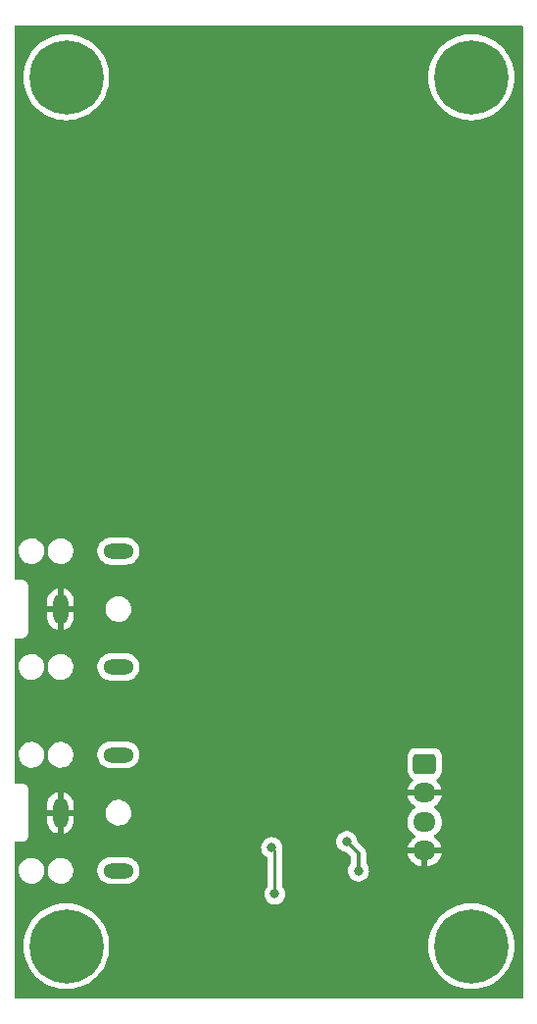
<source format=gbl>
G04 #@! TF.GenerationSoftware,KiCad,Pcbnew,(6.0.0)*
G04 #@! TF.CreationDate,2022-04-12T03:55:14+02:00*
G04 #@! TF.ProjectId,input_stage,696e7075-745f-4737-9461-67652e6b6963,rev?*
G04 #@! TF.SameCoordinates,Original*
G04 #@! TF.FileFunction,Copper,L2,Bot*
G04 #@! TF.FilePolarity,Positive*
%FSLAX46Y46*%
G04 Gerber Fmt 4.6, Leading zero omitted, Abs format (unit mm)*
G04 Created by KiCad (PCBNEW (6.0.0)) date 2022-04-12 03:55:14*
%MOMM*%
%LPD*%
G01*
G04 APERTURE LIST*
G04 Aperture macros list*
%AMRoundRect*
0 Rectangle with rounded corners*
0 $1 Rounding radius*
0 $2 $3 $4 $5 $6 $7 $8 $9 X,Y pos of 4 corners*
0 Add a 4 corners polygon primitive as box body*
4,1,4,$2,$3,$4,$5,$6,$7,$8,$9,$2,$3,0*
0 Add four circle primitives for the rounded corners*
1,1,$1+$1,$2,$3*
1,1,$1+$1,$4,$5*
1,1,$1+$1,$6,$7*
1,1,$1+$1,$8,$9*
0 Add four rect primitives between the rounded corners*
20,1,$1+$1,$2,$3,$4,$5,0*
20,1,$1+$1,$4,$5,$6,$7,0*
20,1,$1+$1,$6,$7,$8,$9,0*
20,1,$1+$1,$8,$9,$2,$3,0*%
G04 Aperture macros list end*
G04 #@! TA.AperFunction,ComponentPad*
%ADD10O,1.308000X2.616000*%
G04 #@! TD*
G04 #@! TA.AperFunction,ComponentPad*
%ADD11O,2.616000X1.308000*%
G04 #@! TD*
G04 #@! TA.AperFunction,ComponentPad*
%ADD12RoundRect,0.250000X-0.725000X0.600000X-0.725000X-0.600000X0.725000X-0.600000X0.725000X0.600000X0*%
G04 #@! TD*
G04 #@! TA.AperFunction,ComponentPad*
%ADD13O,1.950000X1.700000*%
G04 #@! TD*
G04 #@! TA.AperFunction,ComponentPad*
%ADD14C,6.400000*%
G04 #@! TD*
G04 #@! TA.AperFunction,ViaPad*
%ADD15C,0.800000*%
G04 #@! TD*
G04 #@! TA.AperFunction,Conductor*
%ADD16C,0.304800*%
G04 #@! TD*
G04 #@! TA.AperFunction,Conductor*
%ADD17C,0.250000*%
G04 #@! TD*
G04 APERTURE END LIST*
D10*
X83250000Y-95150000D03*
D11*
X88250000Y-100150000D03*
X88250000Y-90150000D03*
D12*
X114717500Y-108500000D03*
D13*
X114717500Y-111000000D03*
X114717500Y-113500000D03*
X114717500Y-116000000D03*
D14*
X83750000Y-49250000D03*
X83750000Y-124250000D03*
D10*
X83250000Y-112732500D03*
D11*
X88250000Y-117732500D03*
X88250000Y-107732500D03*
D14*
X118750000Y-49250000D03*
X118750000Y-124250000D03*
D15*
X101500000Y-106500000D03*
X109750000Y-110500000D03*
X107992500Y-115225000D03*
X109000000Y-117750000D03*
X101775000Y-119750000D03*
X101500000Y-115750000D03*
X103025000Y-122250000D03*
X101250000Y-110250000D03*
X107525000Y-122500000D03*
D16*
X109000000Y-116232500D02*
X107992500Y-115225000D01*
X109000000Y-117750000D02*
X109000000Y-116232500D01*
D17*
X101775000Y-116025000D02*
X101775000Y-119750000D01*
X101500000Y-115750000D02*
X101775000Y-116025000D01*
G04 #@! TA.AperFunction,Conductor*
G36*
X123184121Y-44778002D02*
G01*
X123230614Y-44831658D01*
X123242000Y-44884000D01*
X123242000Y-128616000D01*
X123221998Y-128684121D01*
X123168342Y-128730614D01*
X123116000Y-128742000D01*
X79384000Y-128742000D01*
X79315879Y-128721998D01*
X79269386Y-128668342D01*
X79258000Y-128616000D01*
X79258000Y-124250000D01*
X80036411Y-124250000D01*
X80056754Y-124638176D01*
X80117562Y-125022099D01*
X80218167Y-125397562D01*
X80357468Y-125760453D01*
X80533938Y-126106794D01*
X80745643Y-126432793D01*
X80990266Y-126734876D01*
X81265124Y-127009734D01*
X81567207Y-127254357D01*
X81893205Y-127466062D01*
X81896139Y-127467557D01*
X81896146Y-127467561D01*
X82236607Y-127641034D01*
X82239547Y-127642532D01*
X82602438Y-127781833D01*
X82977901Y-127882438D01*
X83181793Y-127914732D01*
X83358576Y-127942732D01*
X83358584Y-127942733D01*
X83361824Y-127943246D01*
X83750000Y-127963589D01*
X84138176Y-127943246D01*
X84141416Y-127942733D01*
X84141424Y-127942732D01*
X84318207Y-127914732D01*
X84522099Y-127882438D01*
X84897562Y-127781833D01*
X85260453Y-127642532D01*
X85263393Y-127641034D01*
X85603854Y-127467561D01*
X85603861Y-127467557D01*
X85606795Y-127466062D01*
X85932793Y-127254357D01*
X86234876Y-127009734D01*
X86509734Y-126734876D01*
X86754357Y-126432793D01*
X86966062Y-126106794D01*
X87142532Y-125760453D01*
X87281833Y-125397562D01*
X87382438Y-125022099D01*
X87443246Y-124638176D01*
X87463589Y-124250000D01*
X115036411Y-124250000D01*
X115056754Y-124638176D01*
X115117562Y-125022099D01*
X115218167Y-125397562D01*
X115357468Y-125760453D01*
X115533938Y-126106794D01*
X115745643Y-126432793D01*
X115990266Y-126734876D01*
X116265124Y-127009734D01*
X116567207Y-127254357D01*
X116893205Y-127466062D01*
X116896139Y-127467557D01*
X116896146Y-127467561D01*
X117236607Y-127641034D01*
X117239547Y-127642532D01*
X117602438Y-127781833D01*
X117977901Y-127882438D01*
X118181793Y-127914732D01*
X118358576Y-127942732D01*
X118358584Y-127942733D01*
X118361824Y-127943246D01*
X118750000Y-127963589D01*
X119138176Y-127943246D01*
X119141416Y-127942733D01*
X119141424Y-127942732D01*
X119318207Y-127914732D01*
X119522099Y-127882438D01*
X119897562Y-127781833D01*
X120260453Y-127642532D01*
X120263393Y-127641034D01*
X120603854Y-127467561D01*
X120603861Y-127467557D01*
X120606795Y-127466062D01*
X120932793Y-127254357D01*
X121234876Y-127009734D01*
X121509734Y-126734876D01*
X121754357Y-126432793D01*
X121966062Y-126106794D01*
X122142532Y-125760453D01*
X122281833Y-125397562D01*
X122382438Y-125022099D01*
X122443246Y-124638176D01*
X122463589Y-124250000D01*
X122443246Y-123861824D01*
X122382438Y-123477901D01*
X122281833Y-123102438D01*
X122142532Y-122739547D01*
X121966062Y-122393206D01*
X121754357Y-122067207D01*
X121509734Y-121765124D01*
X121234876Y-121490266D01*
X120932793Y-121245643D01*
X120606795Y-121033938D01*
X120603861Y-121032443D01*
X120603854Y-121032439D01*
X120263393Y-120858966D01*
X120260453Y-120857468D01*
X119897562Y-120718167D01*
X119522099Y-120617562D01*
X119318207Y-120585268D01*
X119141424Y-120557268D01*
X119141416Y-120557267D01*
X119138176Y-120556754D01*
X118750000Y-120536411D01*
X118361824Y-120556754D01*
X118358584Y-120557267D01*
X118358576Y-120557268D01*
X118181793Y-120585268D01*
X117977901Y-120617562D01*
X117602438Y-120718167D01*
X117239547Y-120857468D01*
X117236607Y-120858966D01*
X116896147Y-121032439D01*
X116896140Y-121032443D01*
X116893206Y-121033938D01*
X116567207Y-121245643D01*
X116265124Y-121490266D01*
X115990266Y-121765124D01*
X115745643Y-122067207D01*
X115533938Y-122393206D01*
X115357468Y-122739547D01*
X115218167Y-123102438D01*
X115117562Y-123477901D01*
X115056754Y-123861824D01*
X115036411Y-124250000D01*
X87463589Y-124250000D01*
X87443246Y-123861824D01*
X87382438Y-123477901D01*
X87281833Y-123102438D01*
X87142532Y-122739547D01*
X86966062Y-122393206D01*
X86754357Y-122067207D01*
X86509734Y-121765124D01*
X86234876Y-121490266D01*
X85932793Y-121245643D01*
X85606795Y-121033938D01*
X85603861Y-121032443D01*
X85603854Y-121032439D01*
X85263393Y-120858966D01*
X85260453Y-120857468D01*
X84897562Y-120718167D01*
X84522099Y-120617562D01*
X84318207Y-120585268D01*
X84141424Y-120557268D01*
X84141416Y-120557267D01*
X84138176Y-120556754D01*
X83750000Y-120536411D01*
X83361824Y-120556754D01*
X83358584Y-120557267D01*
X83358576Y-120557268D01*
X83181793Y-120585268D01*
X82977901Y-120617562D01*
X82602438Y-120718167D01*
X82239547Y-120857468D01*
X82236607Y-120858966D01*
X81896147Y-121032439D01*
X81896140Y-121032443D01*
X81893206Y-121033938D01*
X81567207Y-121245643D01*
X81265124Y-121490266D01*
X80990266Y-121765124D01*
X80745643Y-122067207D01*
X80533938Y-122393206D01*
X80357468Y-122739547D01*
X80218167Y-123102438D01*
X80117562Y-123477901D01*
X80056754Y-123861824D01*
X80036411Y-124250000D01*
X79258000Y-124250000D01*
X79258000Y-117678104D01*
X79637787Y-117678104D01*
X79647567Y-117889399D01*
X79648971Y-117895224D01*
X79648971Y-117895225D01*
X79689666Y-118064082D01*
X79697125Y-118095034D01*
X79699607Y-118100492D01*
X79699608Y-118100496D01*
X79743053Y-118196046D01*
X79784674Y-118287587D01*
X79907054Y-118460111D01*
X80059850Y-118606381D01*
X80237548Y-118721120D01*
X80297646Y-118745340D01*
X80428168Y-118797942D01*
X80428171Y-118797943D01*
X80433737Y-118800186D01*
X80641337Y-118840728D01*
X80646899Y-118841000D01*
X80802846Y-118841000D01*
X80960566Y-118825952D01*
X81163534Y-118766408D01*
X81168862Y-118763664D01*
X81346249Y-118672304D01*
X81346252Y-118672302D01*
X81351580Y-118669558D01*
X81517920Y-118538896D01*
X81521852Y-118534365D01*
X81521855Y-118534362D01*
X81652621Y-118383667D01*
X81656552Y-118379137D01*
X81659552Y-118373951D01*
X81659555Y-118373947D01*
X81759467Y-118201242D01*
X81762473Y-118196046D01*
X81831861Y-117996229D01*
X81862213Y-117786896D01*
X81857177Y-117678104D01*
X82137787Y-117678104D01*
X82147567Y-117889399D01*
X82148971Y-117895224D01*
X82148971Y-117895225D01*
X82189666Y-118064082D01*
X82197125Y-118095034D01*
X82199607Y-118100492D01*
X82199608Y-118100496D01*
X82243053Y-118196046D01*
X82284674Y-118287587D01*
X82407054Y-118460111D01*
X82559850Y-118606381D01*
X82737548Y-118721120D01*
X82797646Y-118745340D01*
X82928168Y-118797942D01*
X82928171Y-118797943D01*
X82933737Y-118800186D01*
X83141337Y-118840728D01*
X83146899Y-118841000D01*
X83302846Y-118841000D01*
X83460566Y-118825952D01*
X83663534Y-118766408D01*
X83668862Y-118763664D01*
X83846249Y-118672304D01*
X83846252Y-118672302D01*
X83851580Y-118669558D01*
X84017920Y-118538896D01*
X84021852Y-118534365D01*
X84021855Y-118534362D01*
X84152621Y-118383667D01*
X84156552Y-118379137D01*
X84159552Y-118373951D01*
X84159555Y-118373947D01*
X84259467Y-118201242D01*
X84262473Y-118196046D01*
X84331861Y-117996229D01*
X84356819Y-117824099D01*
X86432119Y-117824099D01*
X86433098Y-117829796D01*
X86433098Y-117829797D01*
X86467322Y-118028969D01*
X86468301Y-118034666D01*
X86542250Y-118235113D01*
X86545202Y-118240074D01*
X86545202Y-118240075D01*
X86573469Y-118287587D01*
X86651489Y-118418728D01*
X86655295Y-118423068D01*
X86655298Y-118423072D01*
X86760124Y-118542602D01*
X86792360Y-118579360D01*
X86960145Y-118711631D01*
X86965256Y-118714320D01*
X86965259Y-118714322D01*
X86984576Y-118724485D01*
X87149225Y-118811111D01*
X87154746Y-118812825D01*
X87154750Y-118812827D01*
X87347752Y-118872756D01*
X87347757Y-118872757D01*
X87353267Y-118874468D01*
X87383718Y-118878072D01*
X87523055Y-118894564D01*
X87523061Y-118894564D01*
X87526742Y-118895000D01*
X88958196Y-118895000D01*
X89068140Y-118884897D01*
X89111001Y-118880959D01*
X89111003Y-118880959D01*
X89116756Y-118880430D01*
X89260617Y-118839857D01*
X89316828Y-118824004D01*
X89316830Y-118824003D01*
X89322387Y-118822436D01*
X89327563Y-118819884D01*
X89327567Y-118819882D01*
X89508826Y-118730495D01*
X89514007Y-118727940D01*
X89520137Y-118723363D01*
X89680573Y-118603560D01*
X89680574Y-118603559D01*
X89685197Y-118600107D01*
X89701070Y-118582936D01*
X89826305Y-118447457D01*
X89826307Y-118447454D01*
X89830224Y-118443217D01*
X89944232Y-118262525D01*
X90023403Y-118064082D01*
X90024528Y-118058425D01*
X90024530Y-118058419D01*
X90063957Y-117860203D01*
X90063957Y-117860199D01*
X90065084Y-117854535D01*
X90065483Y-117824099D01*
X90067394Y-117678104D01*
X90067881Y-117640901D01*
X90056661Y-117575601D01*
X90032678Y-117436031D01*
X90032678Y-117436030D01*
X90031699Y-117430334D01*
X89957750Y-117229887D01*
X89929777Y-117182868D01*
X89851467Y-117051240D01*
X89851465Y-117051237D01*
X89848511Y-117046272D01*
X89844705Y-117041932D01*
X89844702Y-117041928D01*
X89711447Y-116889981D01*
X89707640Y-116885640D01*
X89539855Y-116753369D01*
X89534744Y-116750680D01*
X89534741Y-116750678D01*
X89375805Y-116667058D01*
X89350775Y-116653889D01*
X89345254Y-116652175D01*
X89345250Y-116652173D01*
X89152248Y-116592244D01*
X89152243Y-116592243D01*
X89146733Y-116590532D01*
X89109617Y-116586139D01*
X88976945Y-116570436D01*
X88976939Y-116570436D01*
X88973258Y-116570000D01*
X87541804Y-116570000D01*
X87431860Y-116580103D01*
X87388999Y-116584041D01*
X87388997Y-116584041D01*
X87383244Y-116584570D01*
X87291087Y-116610561D01*
X87183172Y-116640996D01*
X87183170Y-116640997D01*
X87177613Y-116642564D01*
X87172437Y-116645116D01*
X87172433Y-116645118D01*
X86991174Y-116734505D01*
X86985993Y-116737060D01*
X86981367Y-116740514D01*
X86981366Y-116740515D01*
X86823205Y-116858619D01*
X86814803Y-116864893D01*
X86810889Y-116869127D01*
X86810887Y-116869129D01*
X86685393Y-117004889D01*
X86669776Y-117021783D01*
X86555768Y-117202475D01*
X86476597Y-117400918D01*
X86475472Y-117406575D01*
X86475470Y-117406581D01*
X86440659Y-117581591D01*
X86434916Y-117610465D01*
X86434840Y-117616240D01*
X86434840Y-117616244D01*
X86434442Y-117646683D01*
X86432119Y-117824099D01*
X84356819Y-117824099D01*
X84362213Y-117786896D01*
X84352433Y-117575601D01*
X84311699Y-117406581D01*
X84304281Y-117375799D01*
X84304280Y-117375797D01*
X84302875Y-117369966D01*
X84295391Y-117353504D01*
X84239185Y-117229887D01*
X84215326Y-117177413D01*
X84092946Y-117004889D01*
X83940150Y-116858619D01*
X83762452Y-116743880D01*
X83686915Y-116713438D01*
X83571832Y-116667058D01*
X83571829Y-116667057D01*
X83566263Y-116664814D01*
X83358663Y-116624272D01*
X83353101Y-116624000D01*
X83197154Y-116624000D01*
X83039434Y-116639048D01*
X82836466Y-116698592D01*
X82831139Y-116701336D01*
X82831138Y-116701336D01*
X82653751Y-116792696D01*
X82653748Y-116792698D01*
X82648420Y-116795442D01*
X82482080Y-116926104D01*
X82478148Y-116930635D01*
X82478145Y-116930638D01*
X82409474Y-117009775D01*
X82343448Y-117085863D01*
X82340448Y-117091049D01*
X82340445Y-117091053D01*
X82320315Y-117125850D01*
X82237527Y-117268954D01*
X82168139Y-117468771D01*
X82137787Y-117678104D01*
X81857177Y-117678104D01*
X81852433Y-117575601D01*
X81811699Y-117406581D01*
X81804281Y-117375799D01*
X81804280Y-117375797D01*
X81802875Y-117369966D01*
X81795391Y-117353504D01*
X81739185Y-117229887D01*
X81715326Y-117177413D01*
X81592946Y-117004889D01*
X81440150Y-116858619D01*
X81262452Y-116743880D01*
X81186915Y-116713438D01*
X81071832Y-116667058D01*
X81071829Y-116667057D01*
X81066263Y-116664814D01*
X80858663Y-116624272D01*
X80853101Y-116624000D01*
X80697154Y-116624000D01*
X80539434Y-116639048D01*
X80336466Y-116698592D01*
X80331139Y-116701336D01*
X80331138Y-116701336D01*
X80153751Y-116792696D01*
X80153748Y-116792698D01*
X80148420Y-116795442D01*
X79982080Y-116926104D01*
X79978148Y-116930635D01*
X79978145Y-116930638D01*
X79909474Y-117009775D01*
X79843448Y-117085863D01*
X79840448Y-117091049D01*
X79840445Y-117091053D01*
X79820315Y-117125850D01*
X79737527Y-117268954D01*
X79668139Y-117468771D01*
X79637787Y-117678104D01*
X79258000Y-117678104D01*
X79258000Y-115750000D01*
X100586496Y-115750000D01*
X100587186Y-115756565D01*
X100604901Y-115925111D01*
X100606458Y-115939928D01*
X100665473Y-116121556D01*
X100760960Y-116286944D01*
X100888747Y-116428866D01*
X100944467Y-116469349D01*
X101030232Y-116531661D01*
X101043248Y-116541118D01*
X101049284Y-116543805D01*
X101049285Y-116543806D01*
X101066749Y-116551582D01*
X101120845Y-116597562D01*
X101141500Y-116666688D01*
X101141500Y-119047476D01*
X101121498Y-119115597D01*
X101109142Y-119131779D01*
X101035960Y-119213056D01*
X100940473Y-119378444D01*
X100881458Y-119560072D01*
X100861496Y-119750000D01*
X100881458Y-119939928D01*
X100940473Y-120121556D01*
X101035960Y-120286944D01*
X101163747Y-120428866D01*
X101262843Y-120500864D01*
X101312008Y-120536584D01*
X101318248Y-120541118D01*
X101324276Y-120543802D01*
X101324278Y-120543803D01*
X101486681Y-120616109D01*
X101492712Y-120618794D01*
X101586113Y-120638647D01*
X101673056Y-120657128D01*
X101673061Y-120657128D01*
X101679513Y-120658500D01*
X101870487Y-120658500D01*
X101876939Y-120657128D01*
X101876944Y-120657128D01*
X101963887Y-120638647D01*
X102057288Y-120618794D01*
X102063319Y-120616109D01*
X102225722Y-120543803D01*
X102225724Y-120543802D01*
X102231752Y-120541118D01*
X102237993Y-120536584D01*
X102287157Y-120500864D01*
X102386253Y-120428866D01*
X102514040Y-120286944D01*
X102609527Y-120121556D01*
X102668542Y-119939928D01*
X102688504Y-119750000D01*
X102668542Y-119560072D01*
X102609527Y-119378444D01*
X102514040Y-119213056D01*
X102440863Y-119131785D01*
X102410147Y-119067779D01*
X102408500Y-119047476D01*
X102408500Y-116103768D01*
X102409027Y-116092585D01*
X102410702Y-116085092D01*
X102409902Y-116059621D01*
X102408562Y-116017002D01*
X102408500Y-116013044D01*
X102408500Y-115985144D01*
X102407996Y-115981153D01*
X102407063Y-115969311D01*
X102405923Y-115933030D01*
X102405923Y-115933029D01*
X102405674Y-115925111D01*
X102403463Y-115917501D01*
X102402223Y-115909672D01*
X102403672Y-115909442D01*
X102400493Y-115873800D01*
X102412814Y-115756565D01*
X102413504Y-115750000D01*
X102393542Y-115560072D01*
X102334527Y-115378444D01*
X102245936Y-115225000D01*
X107078996Y-115225000D01*
X107079686Y-115231565D01*
X107084517Y-115277525D01*
X107098958Y-115414928D01*
X107157973Y-115596556D01*
X107161276Y-115602278D01*
X107161277Y-115602279D01*
X107167801Y-115613579D01*
X107253460Y-115761944D01*
X107257878Y-115766851D01*
X107257879Y-115766852D01*
X107327236Y-115843881D01*
X107381247Y-115903866D01*
X107535748Y-116016118D01*
X107541776Y-116018802D01*
X107541778Y-116018803D01*
X107672862Y-116077165D01*
X107710212Y-116093794D01*
X107803613Y-116113647D01*
X107890556Y-116132128D01*
X107890561Y-116132128D01*
X107897013Y-116133500D01*
X107914156Y-116133500D01*
X107982277Y-116153502D01*
X108003251Y-116170405D01*
X108302195Y-116469349D01*
X108336221Y-116531661D01*
X108339100Y-116558444D01*
X108339100Y-117077906D01*
X108319098Y-117146027D01*
X108306737Y-117162215D01*
X108260960Y-117213056D01*
X108257657Y-117218777D01*
X108181555Y-117350590D01*
X108165473Y-117378444D01*
X108106458Y-117560072D01*
X108105768Y-117566633D01*
X108105768Y-117566635D01*
X108097963Y-117640901D01*
X108086496Y-117750000D01*
X108087186Y-117756565D01*
X108101760Y-117895225D01*
X108106458Y-117939928D01*
X108165473Y-118121556D01*
X108260960Y-118286944D01*
X108265378Y-118291851D01*
X108265379Y-118291852D01*
X108379619Y-118418728D01*
X108388747Y-118428866D01*
X108543248Y-118541118D01*
X108549276Y-118543802D01*
X108549278Y-118543803D01*
X108711681Y-118616109D01*
X108717712Y-118618794D01*
X108811113Y-118638647D01*
X108898056Y-118657128D01*
X108898061Y-118657128D01*
X108904513Y-118658500D01*
X109095487Y-118658500D01*
X109101939Y-118657128D01*
X109101944Y-118657128D01*
X109188887Y-118638647D01*
X109282288Y-118618794D01*
X109288319Y-118616109D01*
X109450722Y-118543803D01*
X109450724Y-118543802D01*
X109456752Y-118541118D01*
X109611253Y-118428866D01*
X109620381Y-118418728D01*
X109734621Y-118291852D01*
X109734622Y-118291851D01*
X109739040Y-118286944D01*
X109834527Y-118121556D01*
X109893542Y-117939928D01*
X109898241Y-117895225D01*
X109912814Y-117756565D01*
X109913504Y-117750000D01*
X109902037Y-117640901D01*
X109894232Y-117566635D01*
X109894232Y-117566633D01*
X109893542Y-117560072D01*
X109834527Y-117378444D01*
X109818446Y-117350590D01*
X109742343Y-117218777D01*
X109739040Y-117213056D01*
X109693264Y-117162216D01*
X109662547Y-117098209D01*
X109660900Y-117077906D01*
X109660900Y-116268580D01*
X113261252Y-116268580D01*
X113285977Y-116386421D01*
X113289037Y-116396617D01*
X113369763Y-116601029D01*
X113374494Y-116610561D01*
X113488516Y-116798462D01*
X113494780Y-116807052D01*
X113638827Y-116973052D01*
X113646458Y-116980472D01*
X113816411Y-117119826D01*
X113825178Y-117125850D01*
X114016182Y-117234576D01*
X114025846Y-117239041D01*
X114232441Y-117314031D01*
X114242708Y-117316802D01*
X114445674Y-117353504D01*
X114458914Y-117352085D01*
X114463500Y-117337450D01*
X114463500Y-117333849D01*
X114971500Y-117333849D01*
X114975810Y-117348527D01*
X114987693Y-117350590D01*
X115066825Y-117343876D01*
X115077297Y-117342086D01*
X115290035Y-117286870D01*
X115300075Y-117283335D01*
X115500470Y-117193063D01*
X115509756Y-117187894D01*
X115692075Y-117065150D01*
X115700370Y-117058481D01*
X115859400Y-116906772D01*
X115866441Y-116898814D01*
X115997641Y-116722475D01*
X116003245Y-116713438D01*
X116102857Y-116517516D01*
X116106857Y-116507665D01*
X116172034Y-116297760D01*
X116174317Y-116287376D01*
X116176361Y-116271957D01*
X116174165Y-116257793D01*
X116160978Y-116254000D01*
X114989615Y-116254000D01*
X114974376Y-116258475D01*
X114973171Y-116259865D01*
X114971500Y-116267548D01*
X114971500Y-117333849D01*
X114463500Y-117333849D01*
X114463500Y-116272115D01*
X114459025Y-116256876D01*
X114457635Y-116255671D01*
X114449952Y-116254000D01*
X113276308Y-116254000D01*
X113262777Y-116257973D01*
X113261252Y-116268580D01*
X109660900Y-116268580D01*
X109660900Y-116259752D01*
X109661192Y-116251182D01*
X109664325Y-116205232D01*
X109664325Y-116205228D01*
X109664841Y-116197656D01*
X109654632Y-116139162D01*
X109653670Y-116132640D01*
X109647450Y-116081237D01*
X109647449Y-116081234D01*
X109646537Y-116073695D01*
X109643851Y-116066587D01*
X109642140Y-116059621D01*
X109640721Y-116054432D01*
X109638644Y-116047553D01*
X109637339Y-116040076D01*
X109613476Y-115985715D01*
X109610985Y-115979611D01*
X109592679Y-115931164D01*
X109592678Y-115931162D01*
X109589994Y-115924059D01*
X109585694Y-115917802D01*
X109582360Y-115911425D01*
X109579760Y-115906755D01*
X109576095Y-115900558D01*
X109573042Y-115893603D01*
X109536894Y-115846495D01*
X109533016Y-115841157D01*
X109503691Y-115798488D01*
X109503689Y-115798486D01*
X109499389Y-115792229D01*
X109456190Y-115753740D01*
X109450914Y-115748760D01*
X109194489Y-115492335D01*
X108935071Y-115232918D01*
X108901046Y-115170605D01*
X108898856Y-115156992D01*
X108886732Y-115041635D01*
X108886732Y-115041633D01*
X108886042Y-115035072D01*
X108827027Y-114853444D01*
X108797414Y-114802152D01*
X108780050Y-114772077D01*
X108731540Y-114688056D01*
X108707344Y-114661183D01*
X108608175Y-114551045D01*
X108608174Y-114551044D01*
X108603753Y-114546134D01*
X108503660Y-114473412D01*
X108454594Y-114437763D01*
X108454593Y-114437762D01*
X108449252Y-114433882D01*
X108443224Y-114431198D01*
X108443222Y-114431197D01*
X108280819Y-114358891D01*
X108280818Y-114358891D01*
X108274788Y-114356206D01*
X108168243Y-114333559D01*
X108094444Y-114317872D01*
X108094439Y-114317872D01*
X108087987Y-114316500D01*
X107897013Y-114316500D01*
X107890561Y-114317872D01*
X107890556Y-114317872D01*
X107816757Y-114333559D01*
X107710212Y-114356206D01*
X107704182Y-114358891D01*
X107704181Y-114358891D01*
X107541778Y-114431197D01*
X107541776Y-114431198D01*
X107535748Y-114433882D01*
X107530407Y-114437762D01*
X107530406Y-114437763D01*
X107481340Y-114473412D01*
X107381247Y-114546134D01*
X107376826Y-114551044D01*
X107376825Y-114551045D01*
X107277657Y-114661183D01*
X107253460Y-114688056D01*
X107204950Y-114772077D01*
X107187587Y-114802152D01*
X107157973Y-114853444D01*
X107098958Y-115035072D01*
X107098268Y-115041633D01*
X107098268Y-115041635D01*
X107092684Y-115094766D01*
X107078996Y-115225000D01*
X102245936Y-115225000D01*
X102239040Y-115213056D01*
X102230395Y-115203454D01*
X102115675Y-115076045D01*
X102115674Y-115076044D01*
X102111253Y-115071134D01*
X101996198Y-114987541D01*
X101962094Y-114962763D01*
X101962093Y-114962762D01*
X101956752Y-114958882D01*
X101950724Y-114956198D01*
X101950722Y-114956197D01*
X101788319Y-114883891D01*
X101788318Y-114883891D01*
X101782288Y-114881206D01*
X101676698Y-114858762D01*
X101601944Y-114842872D01*
X101601939Y-114842872D01*
X101595487Y-114841500D01*
X101404513Y-114841500D01*
X101398061Y-114842872D01*
X101398056Y-114842872D01*
X101323302Y-114858762D01*
X101217712Y-114881206D01*
X101211682Y-114883891D01*
X101211681Y-114883891D01*
X101049278Y-114956197D01*
X101049276Y-114956198D01*
X101043248Y-114958882D01*
X101037907Y-114962762D01*
X101037906Y-114962763D01*
X101003802Y-114987541D01*
X100888747Y-115071134D01*
X100884326Y-115076044D01*
X100884325Y-115076045D01*
X100769606Y-115203454D01*
X100760960Y-115213056D01*
X100665473Y-115378444D01*
X100606458Y-115560072D01*
X100586496Y-115750000D01*
X79258000Y-115750000D01*
X79258000Y-115366500D01*
X79278002Y-115298379D01*
X79331658Y-115251886D01*
X79384000Y-115240500D01*
X79941298Y-115240500D01*
X79942069Y-115240502D01*
X80019652Y-115240976D01*
X80028281Y-115238510D01*
X80028286Y-115238509D01*
X80048048Y-115232861D01*
X80064809Y-115229283D01*
X80085152Y-115226370D01*
X80085162Y-115226367D01*
X80094045Y-115225095D01*
X80117395Y-115214479D01*
X80134907Y-115208036D01*
X80150937Y-115203454D01*
X80159565Y-115200988D01*
X80184548Y-115185226D01*
X80199614Y-115177096D01*
X80226510Y-115164867D01*
X80245939Y-115148126D01*
X80260947Y-115137021D01*
X80275039Y-115128130D01*
X80282631Y-115123340D01*
X80302182Y-115101203D01*
X80314374Y-115089159D01*
X80329949Y-115075739D01*
X80329950Y-115075737D01*
X80336747Y-115069881D01*
X80341626Y-115062353D01*
X80341629Y-115062350D01*
X80350696Y-115048361D01*
X80361986Y-115033487D01*
X80373012Y-115021002D01*
X80378956Y-115014272D01*
X80391510Y-114987534D01*
X80399824Y-114972565D01*
X80415893Y-114947773D01*
X80423239Y-114923209D01*
X80429901Y-114905764D01*
X80436983Y-114890679D01*
X80440799Y-114882552D01*
X80445343Y-114853370D01*
X80449126Y-114836651D01*
X80455014Y-114816964D01*
X80455015Y-114816961D01*
X80457587Y-114808359D01*
X80457797Y-114773944D01*
X80457830Y-114773172D01*
X80458000Y-114772077D01*
X80458000Y-114741202D01*
X80458002Y-114740432D01*
X80458452Y-114666784D01*
X80458452Y-114666783D01*
X80458476Y-114662848D01*
X80458092Y-114661504D01*
X80458000Y-114660159D01*
X80458000Y-113437778D01*
X82088000Y-113437778D01*
X82088266Y-113443567D01*
X82102034Y-113593408D01*
X82104132Y-113604729D01*
X82158962Y-113799143D01*
X82163087Y-113809890D01*
X82252434Y-113991065D01*
X82258446Y-114000874D01*
X82379304Y-114162725D01*
X82387011Y-114171285D01*
X82535349Y-114308407D01*
X82544474Y-114315408D01*
X82715320Y-114423204D01*
X82725564Y-114428424D01*
X82913197Y-114503282D01*
X82924226Y-114506549D01*
X82978232Y-114517291D01*
X82991106Y-114516139D01*
X82995074Y-114503853D01*
X83504000Y-114503853D01*
X83507806Y-114516815D01*
X83522722Y-114518751D01*
X83546339Y-114514693D01*
X83557459Y-114511713D01*
X83746981Y-114441795D01*
X83757359Y-114436845D01*
X83930967Y-114333559D01*
X83940276Y-114326795D01*
X84092157Y-114193600D01*
X84100067Y-114185265D01*
X84225132Y-114026621D01*
X84231403Y-114016964D01*
X84325454Y-113838202D01*
X84329862Y-113827559D01*
X84389765Y-113634643D01*
X84392155Y-113623399D01*
X84411564Y-113459415D01*
X84412000Y-113452012D01*
X84412000Y-113004615D01*
X84407525Y-112989376D01*
X84406135Y-112988171D01*
X84398452Y-112986500D01*
X83522115Y-112986500D01*
X83506876Y-112990975D01*
X83505671Y-112992365D01*
X83504000Y-113000048D01*
X83504000Y-114503853D01*
X82995074Y-114503853D01*
X82996000Y-114500984D01*
X82996000Y-113004615D01*
X82991525Y-112989376D01*
X82990135Y-112988171D01*
X82982452Y-112986500D01*
X82106115Y-112986500D01*
X82090876Y-112990975D01*
X82089671Y-112992365D01*
X82088000Y-113000048D01*
X82088000Y-113437778D01*
X80458000Y-113437778D01*
X80458000Y-112678104D01*
X87137787Y-112678104D01*
X87147567Y-112889399D01*
X87197125Y-113095034D01*
X87199607Y-113100492D01*
X87199608Y-113100496D01*
X87243053Y-113196046D01*
X87284674Y-113287587D01*
X87378331Y-113419620D01*
X87395319Y-113443567D01*
X87407054Y-113460111D01*
X87559850Y-113606381D01*
X87737548Y-113721120D01*
X87743114Y-113723363D01*
X87928168Y-113797942D01*
X87928171Y-113797943D01*
X87933737Y-113800186D01*
X88141337Y-113840728D01*
X88146899Y-113841000D01*
X88302846Y-113841000D01*
X88460566Y-113825952D01*
X88663534Y-113766408D01*
X88747111Y-113723363D01*
X88846249Y-113672304D01*
X88846252Y-113672302D01*
X88851580Y-113669558D01*
X89017920Y-113538896D01*
X89021852Y-113534365D01*
X89021855Y-113534362D01*
X89107405Y-113435774D01*
X113230602Y-113435774D01*
X113230802Y-113441103D01*
X113230802Y-113441105D01*
X113234927Y-113550966D01*
X113239251Y-113666158D01*
X113240346Y-113671377D01*
X113250783Y-113721120D01*
X113286593Y-113891791D01*
X113371276Y-114106221D01*
X113374043Y-114110780D01*
X113374044Y-114110783D01*
X113410758Y-114171285D01*
X113490877Y-114303317D01*
X113494374Y-114307347D01*
X113611042Y-114441795D01*
X113641977Y-114477445D01*
X113674184Y-114503853D01*
X113816127Y-114620240D01*
X113816133Y-114620244D01*
X113820255Y-114623624D01*
X113824898Y-114626267D01*
X113852235Y-114641829D01*
X113901541Y-114692912D01*
X113915402Y-114762542D01*
X113889418Y-114828613D01*
X113860268Y-114855851D01*
X113742922Y-114934852D01*
X113734630Y-114941519D01*
X113575600Y-115093228D01*
X113568559Y-115101186D01*
X113437359Y-115277525D01*
X113431755Y-115286562D01*
X113332143Y-115482484D01*
X113328143Y-115492335D01*
X113262966Y-115702240D01*
X113260683Y-115712624D01*
X113258639Y-115728043D01*
X113260835Y-115742207D01*
X113274022Y-115746000D01*
X116158692Y-115746000D01*
X116172223Y-115742027D01*
X116173748Y-115731420D01*
X116149023Y-115613579D01*
X116145963Y-115603383D01*
X116065237Y-115398971D01*
X116060506Y-115389439D01*
X115946484Y-115201538D01*
X115940220Y-115192948D01*
X115796173Y-115026948D01*
X115788542Y-115019528D01*
X115618589Y-114880174D01*
X115609826Y-114874152D01*
X115582789Y-114858762D01*
X115533482Y-114807680D01*
X115519620Y-114738049D01*
X115545603Y-114671978D01*
X115574753Y-114644739D01*
X115628032Y-114608869D01*
X115696819Y-114562559D01*
X115709187Y-114550761D01*
X115823412Y-114441795D01*
X115863635Y-114403424D01*
X116001254Y-114218458D01*
X116013893Y-114193600D01*
X116060842Y-114101256D01*
X116105740Y-114012949D01*
X116109490Y-114000874D01*
X116172524Y-113797871D01*
X116174107Y-113792773D01*
X116177965Y-113763664D01*
X116203698Y-113569511D01*
X116203698Y-113569506D01*
X116204398Y-113564226D01*
X116195749Y-113333842D01*
X116148407Y-113108209D01*
X116143204Y-113095034D01*
X116065685Y-112898744D01*
X116065684Y-112898742D01*
X116063724Y-112893779D01*
X116057432Y-112883409D01*
X115946890Y-112701243D01*
X115944123Y-112696683D01*
X115857255Y-112596576D01*
X115796523Y-112526588D01*
X115796521Y-112526586D01*
X115793023Y-112522555D01*
X115735787Y-112475624D01*
X115618873Y-112379760D01*
X115618867Y-112379756D01*
X115614745Y-112376376D01*
X115610102Y-112373733D01*
X115582765Y-112358171D01*
X115533459Y-112307088D01*
X115519598Y-112237458D01*
X115545582Y-112171387D01*
X115574732Y-112144149D01*
X115692078Y-112065148D01*
X115700370Y-112058481D01*
X115859400Y-111906772D01*
X115866441Y-111898814D01*
X115997641Y-111722475D01*
X116003245Y-111713438D01*
X116102857Y-111517516D01*
X116106857Y-111507665D01*
X116172034Y-111297760D01*
X116174317Y-111287376D01*
X116176361Y-111271957D01*
X116174165Y-111257793D01*
X116160978Y-111254000D01*
X113276308Y-111254000D01*
X113262777Y-111257973D01*
X113261252Y-111268580D01*
X113285977Y-111386421D01*
X113289037Y-111396617D01*
X113369763Y-111601029D01*
X113374494Y-111610561D01*
X113488516Y-111798462D01*
X113494780Y-111807052D01*
X113638827Y-111973052D01*
X113646458Y-111980472D01*
X113816411Y-112119826D01*
X113825174Y-112125848D01*
X113852211Y-112141238D01*
X113901518Y-112192320D01*
X113915380Y-112261951D01*
X113889397Y-112328022D01*
X113860247Y-112355261D01*
X113855925Y-112358171D01*
X113738181Y-112437441D01*
X113734324Y-112441120D01*
X113734322Y-112441122D01*
X113711276Y-112463107D01*
X113571365Y-112596576D01*
X113433746Y-112781542D01*
X113431330Y-112786293D01*
X113431328Y-112786297D01*
X113381954Y-112883409D01*
X113329260Y-112987051D01*
X113327678Y-112992145D01*
X113327677Y-112992148D01*
X113266125Y-113190378D01*
X113260893Y-113207227D01*
X113260192Y-113212516D01*
X113238109Y-113379137D01*
X113230602Y-113435774D01*
X89107405Y-113435774D01*
X89152621Y-113383667D01*
X89156552Y-113379137D01*
X89159552Y-113373951D01*
X89159555Y-113373947D01*
X89259467Y-113201242D01*
X89262473Y-113196046D01*
X89331861Y-112996229D01*
X89332855Y-112989376D01*
X89361352Y-112792836D01*
X89361352Y-112792833D01*
X89362213Y-112786896D01*
X89352433Y-112575601D01*
X89318418Y-112434461D01*
X89304281Y-112375799D01*
X89304280Y-112375797D01*
X89302875Y-112369966D01*
X89297513Y-112358171D01*
X89222104Y-112192320D01*
X89215326Y-112177413D01*
X89108788Y-112027222D01*
X89096412Y-112009775D01*
X89096411Y-112009774D01*
X89092946Y-112004889D01*
X88940150Y-111858619D01*
X88762452Y-111743880D01*
X88686915Y-111713438D01*
X88571832Y-111667058D01*
X88571829Y-111667057D01*
X88566263Y-111664814D01*
X88358663Y-111624272D01*
X88353101Y-111624000D01*
X88197154Y-111624000D01*
X88039434Y-111639048D01*
X87836466Y-111698592D01*
X87831139Y-111701336D01*
X87831138Y-111701336D01*
X87653751Y-111792696D01*
X87653748Y-111792698D01*
X87648420Y-111795442D01*
X87482080Y-111926104D01*
X87478148Y-111930635D01*
X87478145Y-111930638D01*
X87394334Y-112027222D01*
X87343448Y-112085863D01*
X87340448Y-112091049D01*
X87340445Y-112091053D01*
X87302826Y-112156080D01*
X87237527Y-112268954D01*
X87168139Y-112468771D01*
X87167278Y-112474706D01*
X87167278Y-112474708D01*
X87160341Y-112522555D01*
X87137787Y-112678104D01*
X80458000Y-112678104D01*
X80458000Y-112460385D01*
X82088000Y-112460385D01*
X82092475Y-112475624D01*
X82093865Y-112476829D01*
X82101548Y-112478500D01*
X82977885Y-112478500D01*
X82993124Y-112474025D01*
X82994329Y-112472635D01*
X82996000Y-112464952D01*
X82996000Y-112460385D01*
X83504000Y-112460385D01*
X83508475Y-112475624D01*
X83509865Y-112476829D01*
X83517548Y-112478500D01*
X84393885Y-112478500D01*
X84409124Y-112474025D01*
X84410329Y-112472635D01*
X84412000Y-112464952D01*
X84412000Y-112027222D01*
X84411734Y-112021433D01*
X84397966Y-111871592D01*
X84395868Y-111860271D01*
X84341038Y-111665857D01*
X84336913Y-111655110D01*
X84247566Y-111473935D01*
X84241554Y-111464126D01*
X84120696Y-111302275D01*
X84112989Y-111293715D01*
X83964651Y-111156593D01*
X83955526Y-111149592D01*
X83784680Y-111041796D01*
X83774436Y-111036576D01*
X83586803Y-110961718D01*
X83575774Y-110958451D01*
X83521768Y-110947709D01*
X83508894Y-110948861D01*
X83504000Y-110964016D01*
X83504000Y-112460385D01*
X82996000Y-112460385D01*
X82996000Y-110961147D01*
X82992194Y-110948185D01*
X82977278Y-110946249D01*
X82953661Y-110950307D01*
X82942541Y-110953287D01*
X82753019Y-111023205D01*
X82742641Y-111028155D01*
X82569033Y-111131441D01*
X82559724Y-111138205D01*
X82407843Y-111271400D01*
X82399933Y-111279735D01*
X82274868Y-111438379D01*
X82268597Y-111448036D01*
X82174546Y-111626798D01*
X82170138Y-111637441D01*
X82110235Y-111830357D01*
X82107845Y-111841601D01*
X82088436Y-112005585D01*
X82088000Y-112012988D01*
X82088000Y-112460385D01*
X80458000Y-112460385D01*
X80458000Y-110741202D01*
X80458002Y-110740432D01*
X80458421Y-110671822D01*
X80458476Y-110662848D01*
X80456010Y-110654219D01*
X80456009Y-110654214D01*
X80450361Y-110634452D01*
X80446783Y-110617691D01*
X80443870Y-110597348D01*
X80443867Y-110597338D01*
X80442595Y-110588455D01*
X80431979Y-110565105D01*
X80425536Y-110547593D01*
X80420954Y-110531563D01*
X80418488Y-110522935D01*
X80402726Y-110497952D01*
X80394596Y-110482886D01*
X80382367Y-110455990D01*
X80365626Y-110436561D01*
X80354521Y-110421553D01*
X80345630Y-110407461D01*
X80340840Y-110399869D01*
X80318703Y-110380318D01*
X80306659Y-110368126D01*
X80293239Y-110352551D01*
X80293237Y-110352550D01*
X80287381Y-110345753D01*
X80279853Y-110340874D01*
X80279850Y-110340871D01*
X80265861Y-110331804D01*
X80250987Y-110320514D01*
X80238502Y-110309488D01*
X80231772Y-110303544D01*
X80223646Y-110299729D01*
X80223645Y-110299728D01*
X80217979Y-110297068D01*
X80205034Y-110290990D01*
X80190065Y-110282676D01*
X80165273Y-110266607D01*
X80140709Y-110259261D01*
X80123264Y-110252599D01*
X80100052Y-110241701D01*
X80070870Y-110237157D01*
X80054151Y-110233374D01*
X80034464Y-110227486D01*
X80034461Y-110227485D01*
X80025859Y-110224913D01*
X80016884Y-110224858D01*
X80016883Y-110224858D01*
X80010190Y-110224817D01*
X79991444Y-110224703D01*
X79990672Y-110224670D01*
X79989577Y-110224500D01*
X79958702Y-110224500D01*
X79957932Y-110224498D01*
X79884284Y-110224048D01*
X79884283Y-110224048D01*
X79880348Y-110224024D01*
X79879004Y-110224408D01*
X79877659Y-110224500D01*
X79384000Y-110224500D01*
X79315879Y-110204498D01*
X79269386Y-110150842D01*
X79258000Y-110098500D01*
X79258000Y-109150400D01*
X113234000Y-109150400D01*
X113244974Y-109256166D01*
X113300950Y-109423946D01*
X113394022Y-109574348D01*
X113519197Y-109699305D01*
X113664758Y-109789030D01*
X113665280Y-109789352D01*
X113712773Y-109842124D01*
X113724197Y-109912196D01*
X113695923Y-109977320D01*
X113686136Y-109987782D01*
X113575594Y-110093234D01*
X113568559Y-110101186D01*
X113437359Y-110277525D01*
X113431755Y-110286562D01*
X113332143Y-110482484D01*
X113328143Y-110492335D01*
X113262966Y-110702240D01*
X113260683Y-110712624D01*
X113258639Y-110728043D01*
X113260835Y-110742207D01*
X113274022Y-110746000D01*
X116158692Y-110746000D01*
X116172223Y-110742027D01*
X116173748Y-110731420D01*
X116149023Y-110613579D01*
X116145963Y-110603383D01*
X116065237Y-110398971D01*
X116060506Y-110389439D01*
X115946484Y-110201538D01*
X115940220Y-110192948D01*
X115796173Y-110026948D01*
X115788544Y-110019530D01*
X115756931Y-109993609D01*
X115716936Y-109934949D01*
X115715004Y-109863979D01*
X115751748Y-109803230D01*
X115770518Y-109789030D01*
X115910620Y-109702332D01*
X115916848Y-109698478D01*
X116041805Y-109573303D01*
X116134615Y-109422738D01*
X116190297Y-109254861D01*
X116201000Y-109150400D01*
X116201000Y-107849600D01*
X116200663Y-107846350D01*
X116190738Y-107750692D01*
X116190737Y-107750688D01*
X116190026Y-107743834D01*
X116170098Y-107684101D01*
X116136368Y-107583002D01*
X116134050Y-107576054D01*
X116040978Y-107425652D01*
X116010829Y-107395555D01*
X115920983Y-107305866D01*
X115915803Y-107300695D01*
X115864310Y-107268954D01*
X115771468Y-107211725D01*
X115771466Y-107211724D01*
X115765238Y-107207885D01*
X115673367Y-107177413D01*
X115603889Y-107154368D01*
X115603887Y-107154368D01*
X115597361Y-107152203D01*
X115590525Y-107151503D01*
X115590522Y-107151502D01*
X115547469Y-107147091D01*
X115492900Y-107141500D01*
X113942100Y-107141500D01*
X113938854Y-107141837D01*
X113938850Y-107141837D01*
X113843192Y-107151762D01*
X113843188Y-107151763D01*
X113836334Y-107152474D01*
X113829798Y-107154655D01*
X113829796Y-107154655D01*
X113776231Y-107172526D01*
X113668554Y-107208450D01*
X113518152Y-107301522D01*
X113393195Y-107426697D01*
X113300385Y-107577262D01*
X113244703Y-107745139D01*
X113234000Y-107849600D01*
X113234000Y-109150400D01*
X79258000Y-109150400D01*
X79258000Y-107678104D01*
X79637787Y-107678104D01*
X79647567Y-107889399D01*
X79648971Y-107895224D01*
X79648971Y-107895225D01*
X79689666Y-108064082D01*
X79697125Y-108095034D01*
X79699607Y-108100492D01*
X79699608Y-108100496D01*
X79743053Y-108196046D01*
X79784674Y-108287587D01*
X79907054Y-108460111D01*
X80059850Y-108606381D01*
X80237548Y-108721120D01*
X80297646Y-108745340D01*
X80428168Y-108797942D01*
X80428171Y-108797943D01*
X80433737Y-108800186D01*
X80641337Y-108840728D01*
X80646899Y-108841000D01*
X80802846Y-108841000D01*
X80960566Y-108825952D01*
X81163534Y-108766408D01*
X81168862Y-108763664D01*
X81346249Y-108672304D01*
X81346252Y-108672302D01*
X81351580Y-108669558D01*
X81517920Y-108538896D01*
X81521852Y-108534365D01*
X81521855Y-108534362D01*
X81652621Y-108383667D01*
X81656552Y-108379137D01*
X81659552Y-108373951D01*
X81659555Y-108373947D01*
X81759467Y-108201242D01*
X81762473Y-108196046D01*
X81831861Y-107996229D01*
X81852655Y-107852817D01*
X81861352Y-107792836D01*
X81861352Y-107792833D01*
X81862213Y-107786896D01*
X81857177Y-107678104D01*
X82137787Y-107678104D01*
X82147567Y-107889399D01*
X82148971Y-107895224D01*
X82148971Y-107895225D01*
X82189666Y-108064082D01*
X82197125Y-108095034D01*
X82199607Y-108100492D01*
X82199608Y-108100496D01*
X82243053Y-108196046D01*
X82284674Y-108287587D01*
X82407054Y-108460111D01*
X82559850Y-108606381D01*
X82737548Y-108721120D01*
X82797646Y-108745340D01*
X82928168Y-108797942D01*
X82928171Y-108797943D01*
X82933737Y-108800186D01*
X83141337Y-108840728D01*
X83146899Y-108841000D01*
X83302846Y-108841000D01*
X83460566Y-108825952D01*
X83663534Y-108766408D01*
X83668862Y-108763664D01*
X83846249Y-108672304D01*
X83846252Y-108672302D01*
X83851580Y-108669558D01*
X84017920Y-108538896D01*
X84021852Y-108534365D01*
X84021855Y-108534362D01*
X84152621Y-108383667D01*
X84156552Y-108379137D01*
X84159552Y-108373951D01*
X84159555Y-108373947D01*
X84259467Y-108201242D01*
X84262473Y-108196046D01*
X84331861Y-107996229D01*
X84352655Y-107852817D01*
X84356819Y-107824099D01*
X86432119Y-107824099D01*
X86433098Y-107829796D01*
X86433098Y-107829797D01*
X86467322Y-108028969D01*
X86468301Y-108034666D01*
X86542250Y-108235113D01*
X86545202Y-108240074D01*
X86545202Y-108240075D01*
X86573469Y-108287587D01*
X86651489Y-108418728D01*
X86655295Y-108423068D01*
X86655298Y-108423072D01*
X86756874Y-108538896D01*
X86792360Y-108579360D01*
X86960145Y-108711631D01*
X86965256Y-108714320D01*
X86965259Y-108714322D01*
X86984576Y-108724485D01*
X87149225Y-108811111D01*
X87154746Y-108812825D01*
X87154750Y-108812827D01*
X87347752Y-108872756D01*
X87347757Y-108872757D01*
X87353267Y-108874468D01*
X87383718Y-108878072D01*
X87523055Y-108894564D01*
X87523061Y-108894564D01*
X87526742Y-108895000D01*
X88958196Y-108895000D01*
X89068140Y-108884897D01*
X89111001Y-108880959D01*
X89111003Y-108880959D01*
X89116756Y-108880430D01*
X89260617Y-108839857D01*
X89316828Y-108824004D01*
X89316830Y-108824003D01*
X89322387Y-108822436D01*
X89327563Y-108819884D01*
X89327567Y-108819882D01*
X89508826Y-108730495D01*
X89514007Y-108727940D01*
X89520137Y-108723363D01*
X89680573Y-108603560D01*
X89680574Y-108603559D01*
X89685197Y-108600107D01*
X89701070Y-108582936D01*
X89826305Y-108447457D01*
X89826307Y-108447454D01*
X89830224Y-108443217D01*
X89944232Y-108262525D01*
X90023403Y-108064082D01*
X90024528Y-108058425D01*
X90024530Y-108058419D01*
X90063957Y-107860203D01*
X90063957Y-107860199D01*
X90065084Y-107854535D01*
X90065191Y-107846402D01*
X90067394Y-107678104D01*
X90067881Y-107640901D01*
X90056661Y-107575601D01*
X90032678Y-107436031D01*
X90032678Y-107436030D01*
X90031699Y-107430334D01*
X89957750Y-107229887D01*
X89954798Y-107224925D01*
X89851467Y-107051240D01*
X89851465Y-107051237D01*
X89848511Y-107046272D01*
X89844705Y-107041932D01*
X89844702Y-107041928D01*
X89711447Y-106889981D01*
X89707640Y-106885640D01*
X89539855Y-106753369D01*
X89534744Y-106750680D01*
X89534741Y-106750678D01*
X89369354Y-106663664D01*
X89350775Y-106653889D01*
X89345254Y-106652175D01*
X89345250Y-106652173D01*
X89152248Y-106592244D01*
X89152243Y-106592243D01*
X89146733Y-106590532D01*
X89096360Y-106584570D01*
X88976945Y-106570436D01*
X88976939Y-106570436D01*
X88973258Y-106570000D01*
X87541804Y-106570000D01*
X87431860Y-106580103D01*
X87388999Y-106584041D01*
X87388997Y-106584041D01*
X87383244Y-106584570D01*
X87253229Y-106621238D01*
X87183172Y-106640996D01*
X87183170Y-106640997D01*
X87177613Y-106642564D01*
X87172437Y-106645116D01*
X87172433Y-106645118D01*
X86991174Y-106734505D01*
X86985993Y-106737060D01*
X86981367Y-106740514D01*
X86981366Y-106740515D01*
X86823205Y-106858619D01*
X86814803Y-106864893D01*
X86810889Y-106869127D01*
X86810887Y-106869129D01*
X86685393Y-107004889D01*
X86669776Y-107021783D01*
X86555768Y-107202475D01*
X86476597Y-107400918D01*
X86475472Y-107406575D01*
X86475470Y-107406581D01*
X86436043Y-107604797D01*
X86434916Y-107610465D01*
X86434840Y-107616240D01*
X86434840Y-107616244D01*
X86434442Y-107646683D01*
X86432119Y-107824099D01*
X84356819Y-107824099D01*
X84361352Y-107792836D01*
X84361352Y-107792833D01*
X84362213Y-107786896D01*
X84352433Y-107575601D01*
X84311699Y-107406581D01*
X84304281Y-107375799D01*
X84304280Y-107375797D01*
X84302875Y-107369966D01*
X84274112Y-107306704D01*
X84239185Y-107229887D01*
X84215326Y-107177413D01*
X84092946Y-107004889D01*
X83940150Y-106858619D01*
X83762452Y-106743880D01*
X83702354Y-106719660D01*
X83571832Y-106667058D01*
X83571829Y-106667057D01*
X83566263Y-106664814D01*
X83358663Y-106624272D01*
X83353101Y-106624000D01*
X83197154Y-106624000D01*
X83039434Y-106639048D01*
X82836466Y-106698592D01*
X82831139Y-106701336D01*
X82831138Y-106701336D01*
X82653751Y-106792696D01*
X82653748Y-106792698D01*
X82648420Y-106795442D01*
X82482080Y-106926104D01*
X82478148Y-106930635D01*
X82478145Y-106930638D01*
X82409474Y-107009775D01*
X82343448Y-107085863D01*
X82340448Y-107091049D01*
X82340445Y-107091053D01*
X82270635Y-107211725D01*
X82237527Y-107268954D01*
X82168139Y-107468771D01*
X82167278Y-107474706D01*
X82167278Y-107474708D01*
X82152584Y-107576054D01*
X82137787Y-107678104D01*
X81857177Y-107678104D01*
X81852433Y-107575601D01*
X81811699Y-107406581D01*
X81804281Y-107375799D01*
X81804280Y-107375797D01*
X81802875Y-107369966D01*
X81774112Y-107306704D01*
X81739185Y-107229887D01*
X81715326Y-107177413D01*
X81592946Y-107004889D01*
X81440150Y-106858619D01*
X81262452Y-106743880D01*
X81202354Y-106719660D01*
X81071832Y-106667058D01*
X81071829Y-106667057D01*
X81066263Y-106664814D01*
X80858663Y-106624272D01*
X80853101Y-106624000D01*
X80697154Y-106624000D01*
X80539434Y-106639048D01*
X80336466Y-106698592D01*
X80331139Y-106701336D01*
X80331138Y-106701336D01*
X80153751Y-106792696D01*
X80153748Y-106792698D01*
X80148420Y-106795442D01*
X79982080Y-106926104D01*
X79978148Y-106930635D01*
X79978145Y-106930638D01*
X79909474Y-107009775D01*
X79843448Y-107085863D01*
X79840448Y-107091049D01*
X79840445Y-107091053D01*
X79770635Y-107211725D01*
X79737527Y-107268954D01*
X79668139Y-107468771D01*
X79667278Y-107474706D01*
X79667278Y-107474708D01*
X79652584Y-107576054D01*
X79637787Y-107678104D01*
X79258000Y-107678104D01*
X79258000Y-100095604D01*
X79637787Y-100095604D01*
X79647567Y-100306899D01*
X79648971Y-100312724D01*
X79648971Y-100312725D01*
X79689666Y-100481582D01*
X79697125Y-100512534D01*
X79699607Y-100517992D01*
X79699608Y-100517996D01*
X79743053Y-100613546D01*
X79784674Y-100705087D01*
X79907054Y-100877611D01*
X80059850Y-101023881D01*
X80237548Y-101138620D01*
X80297646Y-101162840D01*
X80428168Y-101215442D01*
X80428171Y-101215443D01*
X80433737Y-101217686D01*
X80641337Y-101258228D01*
X80646899Y-101258500D01*
X80802846Y-101258500D01*
X80960566Y-101243452D01*
X81163534Y-101183908D01*
X81168862Y-101181164D01*
X81346249Y-101089804D01*
X81346252Y-101089802D01*
X81351580Y-101087058D01*
X81517920Y-100956396D01*
X81521852Y-100951865D01*
X81521855Y-100951862D01*
X81652621Y-100801167D01*
X81656552Y-100796637D01*
X81659552Y-100791451D01*
X81659555Y-100791447D01*
X81759467Y-100618742D01*
X81762473Y-100613546D01*
X81831861Y-100413729D01*
X81862213Y-100204396D01*
X81857177Y-100095604D01*
X82137787Y-100095604D01*
X82147567Y-100306899D01*
X82148971Y-100312724D01*
X82148971Y-100312725D01*
X82189666Y-100481582D01*
X82197125Y-100512534D01*
X82199607Y-100517992D01*
X82199608Y-100517996D01*
X82243053Y-100613546D01*
X82284674Y-100705087D01*
X82407054Y-100877611D01*
X82559850Y-101023881D01*
X82737548Y-101138620D01*
X82797646Y-101162840D01*
X82928168Y-101215442D01*
X82928171Y-101215443D01*
X82933737Y-101217686D01*
X83141337Y-101258228D01*
X83146899Y-101258500D01*
X83302846Y-101258500D01*
X83460566Y-101243452D01*
X83663534Y-101183908D01*
X83668862Y-101181164D01*
X83846249Y-101089804D01*
X83846252Y-101089802D01*
X83851580Y-101087058D01*
X84017920Y-100956396D01*
X84021852Y-100951865D01*
X84021855Y-100951862D01*
X84152621Y-100801167D01*
X84156552Y-100796637D01*
X84159552Y-100791451D01*
X84159555Y-100791447D01*
X84259467Y-100618742D01*
X84262473Y-100613546D01*
X84331861Y-100413729D01*
X84356819Y-100241599D01*
X86432119Y-100241599D01*
X86433098Y-100247296D01*
X86433098Y-100247297D01*
X86467322Y-100446469D01*
X86468301Y-100452166D01*
X86542250Y-100652613D01*
X86545202Y-100657574D01*
X86545202Y-100657575D01*
X86573469Y-100705087D01*
X86651489Y-100836228D01*
X86655295Y-100840568D01*
X86655298Y-100840572D01*
X86756874Y-100956396D01*
X86792360Y-100996860D01*
X86960145Y-101129131D01*
X86965256Y-101131820D01*
X86965259Y-101131822D01*
X86984576Y-101141985D01*
X87149225Y-101228611D01*
X87154746Y-101230325D01*
X87154750Y-101230327D01*
X87347752Y-101290256D01*
X87347757Y-101290257D01*
X87353267Y-101291968D01*
X87383718Y-101295572D01*
X87523055Y-101312064D01*
X87523061Y-101312064D01*
X87526742Y-101312500D01*
X88958196Y-101312500D01*
X89068140Y-101302397D01*
X89111001Y-101298459D01*
X89111003Y-101298459D01*
X89116756Y-101297930D01*
X89260617Y-101257357D01*
X89316828Y-101241504D01*
X89316830Y-101241503D01*
X89322387Y-101239936D01*
X89327563Y-101237384D01*
X89327567Y-101237382D01*
X89508826Y-101147995D01*
X89514007Y-101145440D01*
X89520137Y-101140863D01*
X89680573Y-101021060D01*
X89680574Y-101021059D01*
X89685197Y-101017607D01*
X89701070Y-101000436D01*
X89826305Y-100864957D01*
X89826307Y-100864954D01*
X89830224Y-100860717D01*
X89944232Y-100680025D01*
X90023403Y-100481582D01*
X90024528Y-100475925D01*
X90024530Y-100475919D01*
X90063957Y-100277703D01*
X90063957Y-100277699D01*
X90065084Y-100272035D01*
X90065483Y-100241599D01*
X90067394Y-100095604D01*
X90067881Y-100058401D01*
X90056661Y-99993101D01*
X90032678Y-99853531D01*
X90032678Y-99853530D01*
X90031699Y-99847834D01*
X89957750Y-99647387D01*
X89929777Y-99600368D01*
X89851467Y-99468740D01*
X89851465Y-99468737D01*
X89848511Y-99463772D01*
X89844705Y-99459432D01*
X89844702Y-99459428D01*
X89711447Y-99307481D01*
X89707640Y-99303140D01*
X89539855Y-99170869D01*
X89534744Y-99168180D01*
X89534741Y-99168178D01*
X89369354Y-99081164D01*
X89350775Y-99071389D01*
X89345254Y-99069675D01*
X89345250Y-99069673D01*
X89152248Y-99009744D01*
X89152243Y-99009743D01*
X89146733Y-99008032D01*
X89096360Y-99002070D01*
X88976945Y-98987936D01*
X88976939Y-98987936D01*
X88973258Y-98987500D01*
X87541804Y-98987500D01*
X87431860Y-98997603D01*
X87388999Y-99001541D01*
X87388997Y-99001541D01*
X87383244Y-99002070D01*
X87253229Y-99038738D01*
X87183172Y-99058496D01*
X87183170Y-99058497D01*
X87177613Y-99060064D01*
X87172437Y-99062616D01*
X87172433Y-99062618D01*
X86991174Y-99152005D01*
X86985993Y-99154560D01*
X86981367Y-99158014D01*
X86981366Y-99158015D01*
X86823205Y-99276119D01*
X86814803Y-99282393D01*
X86810889Y-99286627D01*
X86810887Y-99286629D01*
X86685393Y-99422389D01*
X86669776Y-99439283D01*
X86555768Y-99619975D01*
X86476597Y-99818418D01*
X86475472Y-99824075D01*
X86475470Y-99824081D01*
X86440659Y-99999091D01*
X86434916Y-100027965D01*
X86434840Y-100033740D01*
X86434840Y-100033744D01*
X86434442Y-100064183D01*
X86432119Y-100241599D01*
X84356819Y-100241599D01*
X84362213Y-100204396D01*
X84352433Y-99993101D01*
X84311699Y-99824081D01*
X84304281Y-99793299D01*
X84304280Y-99793297D01*
X84302875Y-99787466D01*
X84259525Y-99692122D01*
X84239185Y-99647387D01*
X84215326Y-99594913D01*
X84092946Y-99422389D01*
X83940150Y-99276119D01*
X83762452Y-99161380D01*
X83702354Y-99137160D01*
X83571832Y-99084558D01*
X83571829Y-99084557D01*
X83566263Y-99082314D01*
X83358663Y-99041772D01*
X83353101Y-99041500D01*
X83197154Y-99041500D01*
X83039434Y-99056548D01*
X82836466Y-99116092D01*
X82831139Y-99118836D01*
X82831138Y-99118836D01*
X82653751Y-99210196D01*
X82653748Y-99210198D01*
X82648420Y-99212942D01*
X82482080Y-99343604D01*
X82478148Y-99348135D01*
X82478145Y-99348138D01*
X82409474Y-99427275D01*
X82343448Y-99503363D01*
X82340448Y-99508549D01*
X82340445Y-99508553D01*
X82293312Y-99590026D01*
X82237527Y-99686454D01*
X82168139Y-99886271D01*
X82137787Y-100095604D01*
X81857177Y-100095604D01*
X81852433Y-99993101D01*
X81811699Y-99824081D01*
X81804281Y-99793299D01*
X81804280Y-99793297D01*
X81802875Y-99787466D01*
X81759525Y-99692122D01*
X81739185Y-99647387D01*
X81715326Y-99594913D01*
X81592946Y-99422389D01*
X81440150Y-99276119D01*
X81262452Y-99161380D01*
X81202354Y-99137160D01*
X81071832Y-99084558D01*
X81071829Y-99084557D01*
X81066263Y-99082314D01*
X80858663Y-99041772D01*
X80853101Y-99041500D01*
X80697154Y-99041500D01*
X80539434Y-99056548D01*
X80336466Y-99116092D01*
X80331139Y-99118836D01*
X80331138Y-99118836D01*
X80153751Y-99210196D01*
X80153748Y-99210198D01*
X80148420Y-99212942D01*
X79982080Y-99343604D01*
X79978148Y-99348135D01*
X79978145Y-99348138D01*
X79909474Y-99427275D01*
X79843448Y-99503363D01*
X79840448Y-99508549D01*
X79840445Y-99508553D01*
X79793312Y-99590026D01*
X79737527Y-99686454D01*
X79668139Y-99886271D01*
X79637787Y-100095604D01*
X79258000Y-100095604D01*
X79258000Y-97784000D01*
X79278002Y-97715879D01*
X79331658Y-97669386D01*
X79384000Y-97658000D01*
X79941298Y-97658000D01*
X79942069Y-97658002D01*
X80019652Y-97658476D01*
X80028281Y-97656010D01*
X80028286Y-97656009D01*
X80048048Y-97650361D01*
X80064809Y-97646783D01*
X80085152Y-97643870D01*
X80085162Y-97643867D01*
X80094045Y-97642595D01*
X80117395Y-97631979D01*
X80134907Y-97625536D01*
X80150937Y-97620954D01*
X80159565Y-97618488D01*
X80184548Y-97602726D01*
X80199614Y-97594596D01*
X80226510Y-97582367D01*
X80245939Y-97565626D01*
X80260947Y-97554521D01*
X80275039Y-97545630D01*
X80282631Y-97540840D01*
X80302182Y-97518703D01*
X80314374Y-97506659D01*
X80329949Y-97493239D01*
X80329950Y-97493237D01*
X80336747Y-97487381D01*
X80341626Y-97479853D01*
X80341629Y-97479850D01*
X80350696Y-97465861D01*
X80361986Y-97450987D01*
X80373012Y-97438502D01*
X80378956Y-97431772D01*
X80391510Y-97405034D01*
X80399824Y-97390065D01*
X80415893Y-97365273D01*
X80423239Y-97340709D01*
X80429901Y-97323264D01*
X80436983Y-97308179D01*
X80440799Y-97300052D01*
X80445343Y-97270870D01*
X80449126Y-97254151D01*
X80455014Y-97234464D01*
X80455015Y-97234461D01*
X80457587Y-97225859D01*
X80457797Y-97191444D01*
X80457830Y-97190672D01*
X80458000Y-97189577D01*
X80458000Y-97158702D01*
X80458002Y-97157932D01*
X80458452Y-97084284D01*
X80458452Y-97084283D01*
X80458476Y-97080348D01*
X80458092Y-97079004D01*
X80458000Y-97077659D01*
X80458000Y-95855278D01*
X82088000Y-95855278D01*
X82088266Y-95861067D01*
X82102034Y-96010908D01*
X82104132Y-96022229D01*
X82158962Y-96216643D01*
X82163087Y-96227390D01*
X82252434Y-96408565D01*
X82258446Y-96418374D01*
X82379304Y-96580225D01*
X82387011Y-96588785D01*
X82535349Y-96725907D01*
X82544474Y-96732908D01*
X82715320Y-96840704D01*
X82725564Y-96845924D01*
X82913197Y-96920782D01*
X82924226Y-96924049D01*
X82978232Y-96934791D01*
X82991106Y-96933639D01*
X82995074Y-96921353D01*
X83504000Y-96921353D01*
X83507806Y-96934315D01*
X83522722Y-96936251D01*
X83546339Y-96932193D01*
X83557459Y-96929213D01*
X83746981Y-96859295D01*
X83757359Y-96854345D01*
X83930967Y-96751059D01*
X83940276Y-96744295D01*
X84092157Y-96611100D01*
X84100067Y-96602765D01*
X84225132Y-96444121D01*
X84231403Y-96434464D01*
X84325454Y-96255702D01*
X84329862Y-96245059D01*
X84389765Y-96052143D01*
X84392155Y-96040899D01*
X84411564Y-95876915D01*
X84412000Y-95869512D01*
X84412000Y-95422115D01*
X84407525Y-95406876D01*
X84406135Y-95405671D01*
X84398452Y-95404000D01*
X83522115Y-95404000D01*
X83506876Y-95408475D01*
X83505671Y-95409865D01*
X83504000Y-95417548D01*
X83504000Y-96921353D01*
X82995074Y-96921353D01*
X82996000Y-96918484D01*
X82996000Y-95422115D01*
X82991525Y-95406876D01*
X82990135Y-95405671D01*
X82982452Y-95404000D01*
X82106115Y-95404000D01*
X82090876Y-95408475D01*
X82089671Y-95409865D01*
X82088000Y-95417548D01*
X82088000Y-95855278D01*
X80458000Y-95855278D01*
X80458000Y-95095604D01*
X87137787Y-95095604D01*
X87147567Y-95306899D01*
X87197125Y-95512534D01*
X87199607Y-95517992D01*
X87199608Y-95517996D01*
X87243053Y-95613546D01*
X87284674Y-95705087D01*
X87378331Y-95837120D01*
X87395319Y-95861067D01*
X87407054Y-95877611D01*
X87559850Y-96023881D01*
X87737548Y-96138620D01*
X87743114Y-96140863D01*
X87928168Y-96215442D01*
X87928171Y-96215443D01*
X87933737Y-96217686D01*
X88141337Y-96258228D01*
X88146899Y-96258500D01*
X88302846Y-96258500D01*
X88460566Y-96243452D01*
X88663534Y-96183908D01*
X88747111Y-96140863D01*
X88846249Y-96089804D01*
X88846252Y-96089802D01*
X88851580Y-96087058D01*
X89017920Y-95956396D01*
X89021852Y-95951865D01*
X89021855Y-95951862D01*
X89152621Y-95801167D01*
X89156552Y-95796637D01*
X89159552Y-95791451D01*
X89159555Y-95791447D01*
X89259467Y-95618742D01*
X89262473Y-95613546D01*
X89331861Y-95413729D01*
X89332855Y-95406876D01*
X89361352Y-95210336D01*
X89361352Y-95210333D01*
X89362213Y-95204396D01*
X89352433Y-94993101D01*
X89302875Y-94787466D01*
X89259525Y-94692122D01*
X89217806Y-94600368D01*
X89215326Y-94594913D01*
X89108788Y-94444722D01*
X89096412Y-94427275D01*
X89096411Y-94427274D01*
X89092946Y-94422389D01*
X88940150Y-94276119D01*
X88762452Y-94161380D01*
X88702354Y-94137160D01*
X88571832Y-94084558D01*
X88571829Y-94084557D01*
X88566263Y-94082314D01*
X88358663Y-94041772D01*
X88353101Y-94041500D01*
X88197154Y-94041500D01*
X88039434Y-94056548D01*
X87836466Y-94116092D01*
X87831139Y-94118836D01*
X87831138Y-94118836D01*
X87653751Y-94210196D01*
X87653748Y-94210198D01*
X87648420Y-94212942D01*
X87482080Y-94343604D01*
X87478148Y-94348135D01*
X87478145Y-94348138D01*
X87394334Y-94444722D01*
X87343448Y-94503363D01*
X87340448Y-94508549D01*
X87340445Y-94508553D01*
X87293312Y-94590026D01*
X87237527Y-94686454D01*
X87168139Y-94886271D01*
X87167278Y-94892206D01*
X87167278Y-94892208D01*
X87166971Y-94894329D01*
X87137787Y-95095604D01*
X80458000Y-95095604D01*
X80458000Y-94877885D01*
X82088000Y-94877885D01*
X82092475Y-94893124D01*
X82093865Y-94894329D01*
X82101548Y-94896000D01*
X82977885Y-94896000D01*
X82993124Y-94891525D01*
X82994329Y-94890135D01*
X82996000Y-94882452D01*
X82996000Y-94877885D01*
X83504000Y-94877885D01*
X83508475Y-94893124D01*
X83509865Y-94894329D01*
X83517548Y-94896000D01*
X84393885Y-94896000D01*
X84409124Y-94891525D01*
X84410329Y-94890135D01*
X84412000Y-94882452D01*
X84412000Y-94444722D01*
X84411734Y-94438933D01*
X84397966Y-94289092D01*
X84395868Y-94277771D01*
X84341038Y-94083357D01*
X84336913Y-94072610D01*
X84247566Y-93891435D01*
X84241554Y-93881626D01*
X84120696Y-93719775D01*
X84112989Y-93711215D01*
X83964651Y-93574093D01*
X83955526Y-93567092D01*
X83784680Y-93459296D01*
X83774436Y-93454076D01*
X83586803Y-93379218D01*
X83575774Y-93375951D01*
X83521768Y-93365209D01*
X83508894Y-93366361D01*
X83504000Y-93381516D01*
X83504000Y-94877885D01*
X82996000Y-94877885D01*
X82996000Y-93378647D01*
X82992194Y-93365685D01*
X82977278Y-93363749D01*
X82953661Y-93367807D01*
X82942541Y-93370787D01*
X82753019Y-93440705D01*
X82742641Y-93445655D01*
X82569033Y-93548941D01*
X82559724Y-93555705D01*
X82407843Y-93688900D01*
X82399933Y-93697235D01*
X82274868Y-93855879D01*
X82268597Y-93865536D01*
X82174546Y-94044298D01*
X82170138Y-94054941D01*
X82110235Y-94247857D01*
X82107845Y-94259101D01*
X82088436Y-94423085D01*
X82088000Y-94430488D01*
X82088000Y-94877885D01*
X80458000Y-94877885D01*
X80458000Y-93158702D01*
X80458002Y-93157932D01*
X80458421Y-93089322D01*
X80458476Y-93080348D01*
X80456010Y-93071719D01*
X80456009Y-93071714D01*
X80450361Y-93051952D01*
X80446783Y-93035191D01*
X80443870Y-93014848D01*
X80443867Y-93014838D01*
X80442595Y-93005955D01*
X80431979Y-92982605D01*
X80425536Y-92965093D01*
X80420954Y-92949063D01*
X80418488Y-92940435D01*
X80402726Y-92915452D01*
X80394596Y-92900386D01*
X80382367Y-92873490D01*
X80365626Y-92854061D01*
X80354521Y-92839053D01*
X80345630Y-92824961D01*
X80340840Y-92817369D01*
X80318703Y-92797818D01*
X80306659Y-92785626D01*
X80293239Y-92770051D01*
X80293237Y-92770050D01*
X80287381Y-92763253D01*
X80279853Y-92758374D01*
X80279850Y-92758371D01*
X80265861Y-92749304D01*
X80250987Y-92738014D01*
X80238502Y-92726988D01*
X80231772Y-92721044D01*
X80223646Y-92717229D01*
X80223645Y-92717228D01*
X80217979Y-92714568D01*
X80205034Y-92708490D01*
X80190065Y-92700176D01*
X80165273Y-92684107D01*
X80140709Y-92676761D01*
X80123264Y-92670099D01*
X80100052Y-92659201D01*
X80070870Y-92654657D01*
X80054151Y-92650874D01*
X80034464Y-92644986D01*
X80034461Y-92644985D01*
X80025859Y-92642413D01*
X80016884Y-92642358D01*
X80016883Y-92642358D01*
X80010190Y-92642317D01*
X79991444Y-92642203D01*
X79990672Y-92642170D01*
X79989577Y-92642000D01*
X79958702Y-92642000D01*
X79957932Y-92641998D01*
X79884284Y-92641548D01*
X79884283Y-92641548D01*
X79880348Y-92641524D01*
X79879004Y-92641908D01*
X79877659Y-92642000D01*
X79384000Y-92642000D01*
X79315879Y-92621998D01*
X79269386Y-92568342D01*
X79258000Y-92516000D01*
X79258000Y-90095604D01*
X79637787Y-90095604D01*
X79647567Y-90306899D01*
X79648971Y-90312724D01*
X79648971Y-90312725D01*
X79689666Y-90481582D01*
X79697125Y-90512534D01*
X79699607Y-90517992D01*
X79699608Y-90517996D01*
X79743053Y-90613546D01*
X79784674Y-90705087D01*
X79907054Y-90877611D01*
X80059850Y-91023881D01*
X80237548Y-91138620D01*
X80297646Y-91162840D01*
X80428168Y-91215442D01*
X80428171Y-91215443D01*
X80433737Y-91217686D01*
X80641337Y-91258228D01*
X80646899Y-91258500D01*
X80802846Y-91258500D01*
X80960566Y-91243452D01*
X81163534Y-91183908D01*
X81168862Y-91181164D01*
X81346249Y-91089804D01*
X81346252Y-91089802D01*
X81351580Y-91087058D01*
X81517920Y-90956396D01*
X81521852Y-90951865D01*
X81521855Y-90951862D01*
X81652621Y-90801167D01*
X81656552Y-90796637D01*
X81659552Y-90791451D01*
X81659555Y-90791447D01*
X81759467Y-90618742D01*
X81762473Y-90613546D01*
X81831861Y-90413729D01*
X81862213Y-90204396D01*
X81857177Y-90095604D01*
X82137787Y-90095604D01*
X82147567Y-90306899D01*
X82148971Y-90312724D01*
X82148971Y-90312725D01*
X82189666Y-90481582D01*
X82197125Y-90512534D01*
X82199607Y-90517992D01*
X82199608Y-90517996D01*
X82243053Y-90613546D01*
X82284674Y-90705087D01*
X82407054Y-90877611D01*
X82559850Y-91023881D01*
X82737548Y-91138620D01*
X82797646Y-91162840D01*
X82928168Y-91215442D01*
X82928171Y-91215443D01*
X82933737Y-91217686D01*
X83141337Y-91258228D01*
X83146899Y-91258500D01*
X83302846Y-91258500D01*
X83460566Y-91243452D01*
X83663534Y-91183908D01*
X83668862Y-91181164D01*
X83846249Y-91089804D01*
X83846252Y-91089802D01*
X83851580Y-91087058D01*
X84017920Y-90956396D01*
X84021852Y-90951865D01*
X84021855Y-90951862D01*
X84152621Y-90801167D01*
X84156552Y-90796637D01*
X84159552Y-90791451D01*
X84159555Y-90791447D01*
X84259467Y-90618742D01*
X84262473Y-90613546D01*
X84331861Y-90413729D01*
X84356819Y-90241599D01*
X86432119Y-90241599D01*
X86433098Y-90247296D01*
X86433098Y-90247297D01*
X86467322Y-90446469D01*
X86468301Y-90452166D01*
X86542250Y-90652613D01*
X86545202Y-90657574D01*
X86545202Y-90657575D01*
X86573469Y-90705087D01*
X86651489Y-90836228D01*
X86655295Y-90840568D01*
X86655298Y-90840572D01*
X86756874Y-90956396D01*
X86792360Y-90996860D01*
X86960145Y-91129131D01*
X86965256Y-91131820D01*
X86965259Y-91131822D01*
X86984576Y-91141985D01*
X87149225Y-91228611D01*
X87154746Y-91230325D01*
X87154750Y-91230327D01*
X87347752Y-91290256D01*
X87347757Y-91290257D01*
X87353267Y-91291968D01*
X87383718Y-91295572D01*
X87523055Y-91312064D01*
X87523061Y-91312064D01*
X87526742Y-91312500D01*
X88958196Y-91312500D01*
X89068140Y-91302397D01*
X89111001Y-91298459D01*
X89111003Y-91298459D01*
X89116756Y-91297930D01*
X89260617Y-91257357D01*
X89316828Y-91241504D01*
X89316830Y-91241503D01*
X89322387Y-91239936D01*
X89327563Y-91237384D01*
X89327567Y-91237382D01*
X89508826Y-91147995D01*
X89514007Y-91145440D01*
X89520137Y-91140863D01*
X89680573Y-91021060D01*
X89680574Y-91021059D01*
X89685197Y-91017607D01*
X89701070Y-91000436D01*
X89826305Y-90864957D01*
X89826307Y-90864954D01*
X89830224Y-90860717D01*
X89944232Y-90680025D01*
X90023403Y-90481582D01*
X90024528Y-90475925D01*
X90024530Y-90475919D01*
X90063957Y-90277703D01*
X90063957Y-90277699D01*
X90065084Y-90272035D01*
X90065483Y-90241599D01*
X90067394Y-90095604D01*
X90067881Y-90058401D01*
X90056661Y-89993101D01*
X90032678Y-89853531D01*
X90032678Y-89853530D01*
X90031699Y-89847834D01*
X89957750Y-89647387D01*
X89929777Y-89600368D01*
X89851467Y-89468740D01*
X89851465Y-89468737D01*
X89848511Y-89463772D01*
X89844705Y-89459432D01*
X89844702Y-89459428D01*
X89711447Y-89307481D01*
X89707640Y-89303140D01*
X89539855Y-89170869D01*
X89534744Y-89168180D01*
X89534741Y-89168178D01*
X89369354Y-89081164D01*
X89350775Y-89071389D01*
X89345254Y-89069675D01*
X89345250Y-89069673D01*
X89152248Y-89009744D01*
X89152243Y-89009743D01*
X89146733Y-89008032D01*
X89096360Y-89002070D01*
X88976945Y-88987936D01*
X88976939Y-88987936D01*
X88973258Y-88987500D01*
X87541804Y-88987500D01*
X87431860Y-88997603D01*
X87388999Y-89001541D01*
X87388997Y-89001541D01*
X87383244Y-89002070D01*
X87253229Y-89038738D01*
X87183172Y-89058496D01*
X87183170Y-89058497D01*
X87177613Y-89060064D01*
X87172437Y-89062616D01*
X87172433Y-89062618D01*
X86991174Y-89152005D01*
X86985993Y-89154560D01*
X86981367Y-89158014D01*
X86981366Y-89158015D01*
X86823205Y-89276119D01*
X86814803Y-89282393D01*
X86810889Y-89286627D01*
X86810887Y-89286629D01*
X86685393Y-89422389D01*
X86669776Y-89439283D01*
X86555768Y-89619975D01*
X86476597Y-89818418D01*
X86475472Y-89824075D01*
X86475470Y-89824081D01*
X86440659Y-89999091D01*
X86434916Y-90027965D01*
X86434840Y-90033740D01*
X86434840Y-90033744D01*
X86434442Y-90064183D01*
X86432119Y-90241599D01*
X84356819Y-90241599D01*
X84362213Y-90204396D01*
X84352433Y-89993101D01*
X84311699Y-89824081D01*
X84304281Y-89793299D01*
X84304280Y-89793297D01*
X84302875Y-89787466D01*
X84259525Y-89692122D01*
X84239185Y-89647387D01*
X84215326Y-89594913D01*
X84092946Y-89422389D01*
X83940150Y-89276119D01*
X83762452Y-89161380D01*
X83702354Y-89137160D01*
X83571832Y-89084558D01*
X83571829Y-89084557D01*
X83566263Y-89082314D01*
X83358663Y-89041772D01*
X83353101Y-89041500D01*
X83197154Y-89041500D01*
X83039434Y-89056548D01*
X82836466Y-89116092D01*
X82831139Y-89118836D01*
X82831138Y-89118836D01*
X82653751Y-89210196D01*
X82653748Y-89210198D01*
X82648420Y-89212942D01*
X82482080Y-89343604D01*
X82478148Y-89348135D01*
X82478145Y-89348138D01*
X82409474Y-89427275D01*
X82343448Y-89503363D01*
X82340448Y-89508549D01*
X82340445Y-89508553D01*
X82293312Y-89590026D01*
X82237527Y-89686454D01*
X82168139Y-89886271D01*
X82137787Y-90095604D01*
X81857177Y-90095604D01*
X81852433Y-89993101D01*
X81811699Y-89824081D01*
X81804281Y-89793299D01*
X81804280Y-89793297D01*
X81802875Y-89787466D01*
X81759525Y-89692122D01*
X81739185Y-89647387D01*
X81715326Y-89594913D01*
X81592946Y-89422389D01*
X81440150Y-89276119D01*
X81262452Y-89161380D01*
X81202354Y-89137160D01*
X81071832Y-89084558D01*
X81071829Y-89084557D01*
X81066263Y-89082314D01*
X80858663Y-89041772D01*
X80853101Y-89041500D01*
X80697154Y-89041500D01*
X80539434Y-89056548D01*
X80336466Y-89116092D01*
X80331139Y-89118836D01*
X80331138Y-89118836D01*
X80153751Y-89210196D01*
X80153748Y-89210198D01*
X80148420Y-89212942D01*
X79982080Y-89343604D01*
X79978148Y-89348135D01*
X79978145Y-89348138D01*
X79909474Y-89427275D01*
X79843448Y-89503363D01*
X79840448Y-89508549D01*
X79840445Y-89508553D01*
X79793312Y-89590026D01*
X79737527Y-89686454D01*
X79668139Y-89886271D01*
X79637787Y-90095604D01*
X79258000Y-90095604D01*
X79258000Y-49250000D01*
X80036411Y-49250000D01*
X80056754Y-49638176D01*
X80117562Y-50022099D01*
X80218167Y-50397562D01*
X80357468Y-50760453D01*
X80533938Y-51106794D01*
X80745643Y-51432793D01*
X80990266Y-51734876D01*
X81265124Y-52009734D01*
X81567207Y-52254357D01*
X81893205Y-52466062D01*
X81896139Y-52467557D01*
X81896146Y-52467561D01*
X82236607Y-52641034D01*
X82239547Y-52642532D01*
X82602438Y-52781833D01*
X82977901Y-52882438D01*
X83181793Y-52914732D01*
X83358576Y-52942732D01*
X83358584Y-52942733D01*
X83361824Y-52943246D01*
X83750000Y-52963589D01*
X84138176Y-52943246D01*
X84141416Y-52942733D01*
X84141424Y-52942732D01*
X84318207Y-52914732D01*
X84522099Y-52882438D01*
X84897562Y-52781833D01*
X85260453Y-52642532D01*
X85263393Y-52641034D01*
X85603854Y-52467561D01*
X85603861Y-52467557D01*
X85606795Y-52466062D01*
X85932793Y-52254357D01*
X86234876Y-52009734D01*
X86509734Y-51734876D01*
X86754357Y-51432793D01*
X86966062Y-51106794D01*
X87142532Y-50760453D01*
X87281833Y-50397562D01*
X87382438Y-50022099D01*
X87443246Y-49638176D01*
X87463589Y-49250000D01*
X115036411Y-49250000D01*
X115056754Y-49638176D01*
X115117562Y-50022099D01*
X115218167Y-50397562D01*
X115357468Y-50760453D01*
X115533938Y-51106794D01*
X115745643Y-51432793D01*
X115990266Y-51734876D01*
X116265124Y-52009734D01*
X116567207Y-52254357D01*
X116893205Y-52466062D01*
X116896139Y-52467557D01*
X116896146Y-52467561D01*
X117236607Y-52641034D01*
X117239547Y-52642532D01*
X117602438Y-52781833D01*
X117977901Y-52882438D01*
X118181793Y-52914732D01*
X118358576Y-52942732D01*
X118358584Y-52942733D01*
X118361824Y-52943246D01*
X118750000Y-52963589D01*
X119138176Y-52943246D01*
X119141416Y-52942733D01*
X119141424Y-52942732D01*
X119318207Y-52914732D01*
X119522099Y-52882438D01*
X119897562Y-52781833D01*
X120260453Y-52642532D01*
X120263393Y-52641034D01*
X120603854Y-52467561D01*
X120603861Y-52467557D01*
X120606795Y-52466062D01*
X120932793Y-52254357D01*
X121234876Y-52009734D01*
X121509734Y-51734876D01*
X121754357Y-51432793D01*
X121966062Y-51106794D01*
X122142532Y-50760453D01*
X122281833Y-50397562D01*
X122382438Y-50022099D01*
X122443246Y-49638176D01*
X122463589Y-49250000D01*
X122443246Y-48861824D01*
X122382438Y-48477901D01*
X122281833Y-48102438D01*
X122142532Y-47739547D01*
X121966062Y-47393206D01*
X121754357Y-47067207D01*
X121509734Y-46765124D01*
X121234876Y-46490266D01*
X120932793Y-46245643D01*
X120606795Y-46033938D01*
X120603861Y-46032443D01*
X120603854Y-46032439D01*
X120263393Y-45858966D01*
X120260453Y-45857468D01*
X119897562Y-45718167D01*
X119522099Y-45617562D01*
X119318207Y-45585268D01*
X119141424Y-45557268D01*
X119141416Y-45557267D01*
X119138176Y-45556754D01*
X118750000Y-45536411D01*
X118361824Y-45556754D01*
X118358584Y-45557267D01*
X118358576Y-45557268D01*
X118181793Y-45585268D01*
X117977901Y-45617562D01*
X117602438Y-45718167D01*
X117239547Y-45857468D01*
X117236607Y-45858966D01*
X116896147Y-46032439D01*
X116896140Y-46032443D01*
X116893206Y-46033938D01*
X116567207Y-46245643D01*
X116265124Y-46490266D01*
X115990266Y-46765124D01*
X115745643Y-47067207D01*
X115533938Y-47393206D01*
X115357468Y-47739547D01*
X115218167Y-48102438D01*
X115117562Y-48477901D01*
X115056754Y-48861824D01*
X115036411Y-49250000D01*
X87463589Y-49250000D01*
X87443246Y-48861824D01*
X87382438Y-48477901D01*
X87281833Y-48102438D01*
X87142532Y-47739547D01*
X86966062Y-47393206D01*
X86754357Y-47067207D01*
X86509734Y-46765124D01*
X86234876Y-46490266D01*
X85932793Y-46245643D01*
X85606795Y-46033938D01*
X85603861Y-46032443D01*
X85603854Y-46032439D01*
X85263393Y-45858966D01*
X85260453Y-45857468D01*
X84897562Y-45718167D01*
X84522099Y-45617562D01*
X84318207Y-45585268D01*
X84141424Y-45557268D01*
X84141416Y-45557267D01*
X84138176Y-45556754D01*
X83750000Y-45536411D01*
X83361824Y-45556754D01*
X83358584Y-45557267D01*
X83358576Y-45557268D01*
X83181793Y-45585268D01*
X82977901Y-45617562D01*
X82602438Y-45718167D01*
X82239547Y-45857468D01*
X82236607Y-45858966D01*
X81896147Y-46032439D01*
X81896140Y-46032443D01*
X81893206Y-46033938D01*
X81567207Y-46245643D01*
X81265124Y-46490266D01*
X80990266Y-46765124D01*
X80745643Y-47067207D01*
X80533938Y-47393206D01*
X80357468Y-47739547D01*
X80218167Y-48102438D01*
X80117562Y-48477901D01*
X80056754Y-48861824D01*
X80036411Y-49250000D01*
X79258000Y-49250000D01*
X79258000Y-44884000D01*
X79278002Y-44815879D01*
X79331658Y-44769386D01*
X79384000Y-44758000D01*
X123116000Y-44758000D01*
X123184121Y-44778002D01*
G37*
G04 #@! TD.AperFunction*
M02*

</source>
